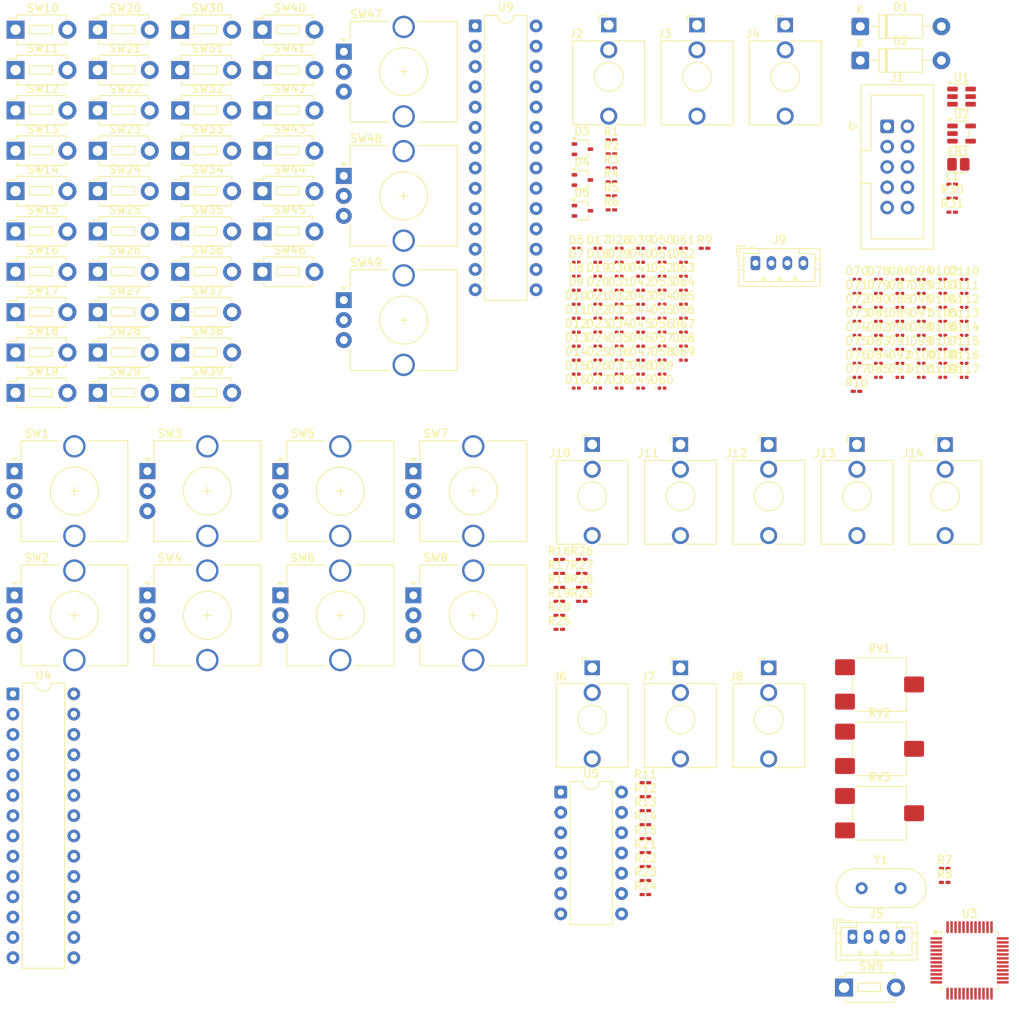
<source format=kicad_pcb>
(kicad_pcb (version 20241229) (generator "pcbnew") (generator_version "9.0")
  (layers (0 "F.Cu" signal) (2 "B.Cu" signal) (13 "F.Paste" user) (15 "B.Paste" user) (5 "F.SilkS" user "F.Silkscreen") (7 "B.SilkS" user "B.Silkscreen") (1 "F.Mask" user) (3 "B.Mask" user) (25 "Edge.Cuts" user))
  (net 0 "")
  (net 1 "+12V")
  (net 2 "Net-(D1-A)")
  (net 3 "+3V3")
  (net 4 "+5V")
  (net 5 "-12V")
  (net 6 "-12V_IN")
  (net 8 "/CV Inputs/CLK_IN")
  (net 9 "/MCU - STM32G431/SWDIO")
  (net 10 "/MCU - STM32G431/SWCLK")
  (net 12 "/CV Inputs/RST_IN")
  (net 13 "GND")
  (net 14 "Net-(U4-GPA0)")
  (net 15 "Net-(U4-GPA1)")
  (net 16 "Net-(U4-GPA2)")
  (net 17 "Net-(U4-GPA3)")
  (net 18 "Net-(U4-GPA5)")
  (net 19 "Net-(U4-GPA4)")
  (net 20 "Net-(U4-GPA6)")
  (net 21 "Net-(U4-GPB1)")
  (net 23 "/CV Inputs/SCENE_CV_IN")
  (net 24 "GND_IN")
  (net 25 "+12V_IN")
  (net 26 "Net-(U1-BOOT)")
  (net 27 "Net-(U1-SW)")
  (net 28 "Net-(U1-FB)")
  (net 30 "Net-(U5A--)")
  (net 31 "Net-(U5B--)")
  (net 32 "Net-(R15-Pad2)")
  (net 33 "/MCU - STM32G431/ADC_BPM")
  (net 34 "Net-(U5C--)")
  (net 35 "Net-(U4-GPB0)")
  (net 36 "Net-(U4-GPB3)")
  (net 37 "Net-(U4-GPB2)")
  (net 38 "Net-(U4-GPB5)")
  (net 39 "Net-(U4-GPB4)")
  (net 40 "Net-(U4-GPB7)")
  (net 41 "Net-(U4-GPB6)")
  (net 42 "/MCU - STM32G431/ADC_SWG")
  (net 43 "/Encoders/MCP_INT")
  (net 45 "/MCU - STM32G431/ADC_PW")
  (net 53 "Net-(R21-Pad2)")
  (net 56 "/DAC & CV Outputs/STM_DAC_CV1")
  (net 57 "/DAC & CV Outputs/STM_DAC_CV3")
  (net 61 "/DAC & CV Outputs/STM_DAC_CV2")
  (net 62 "Net-(U3-PF0)")
  (net 63 "Net-(U3-PF1)")
  (net 64 "Net-(J2-PadT)")
  (net 65 "Net-(J3-PadT)")
  (net 66 "Net-(U4-GPA7)")
  (net 67 "Net-(J4-PadT)")
  (net 69 "Net-(J6-PadS)")
  (net 70 "Net-(R14-Pad2)")
  (net 71 "Net-(J7-PadS)")
  (net 72 "Net-(U3-PB8)")
  (net 73 "Net-(J8-PadS)")
  (net 74 "Net-(J10-PadT)")
  (net 75 "/MCU - STM32G431/NRST")
  (net 76 "Net-(J11-PadT)")
  (net 77 "Net-(J12-PadT)")
  (net 78 "Net-(J13-PadT)")
  (net 79 "Net-(J14-PadT)")
  (net 80 "Net-(U7-ISET)")
  (net 81 "Net-(D14-K)")
  (net 82 "Net-(D10-A)")
  (net 83 "Net-(D15-K)")
  (net 84 "Net-(D16-K)")
  (net 85 "Net-(D17-K)")
  (net 86 "Net-(D10-K)")
  (net 87 "Net-(D11-K)")
  (net 88 "Net-(D12-K)")
  (net 89 "Net-(D13-K)")
  (net 90 "Net-(D14-A)")
  (net 91 "Net-(D22-A)")
  (net 92 "Net-(D30-A)")
  (net 93 "Net-(D38-A)")
  (net 94 "Net-(D46-A)")
  (net 95 "Net-(D54-A)")
  (net 96 "Net-(D62-A)")
  (net 97 "Net-(D70-A)")
  (net 98 "Net-(D100-K)")
  (net 99 "Net-(D101-K)")
  (net 100 "Net-(D102-K)")
  (net 101 "Net-(D103-K)")
  (net 102 "Net-(D104-K)")
  (net 103 "Net-(D105-K)")
  (net 104 "Net-(D76-A)")
  (net 105 "Net-(D82-A)")
  (net 106 "Net-(D88-A)")
  (net 107 "Net-(D94-A)")
  (net 108 "Net-(D100-A)")
  (net 109 "Net-(D106-A)")
  (net 110 "Net-(D112-A)")
  (net 111 "/Encoder LEDs/LED_LATCH")
  (net 112 "/Encoder LEDs/LED_CLK")
  (net 113 "/Gate Outputs/RST_OUT")
  (net 114 "/Gate Outputs/CLK_OUT")
  (net 115 "/Gate Outputs/GATE_T1")
  (net 116 "/Gate Outputs/GATE_T2")
  (net 117 "/Gate Outputs/GATE_T3")
  (net 118 "Net-(U9-GPA0)")
  (net 119 "Net-(U9-GPB0)")
  (net 120 "Net-(U9-GPA1)")
  (net 121 "Net-(U9-GPA2)")
  (net 122 "Net-(U9-GPA3)")
  (net 123 "Net-(U9-GPA4)")
  (net 124 "Net-(U9-GPA5)")
  (net 125 "Net-(U9-GPA6)")
  (net 126 "Net-(U9-GPA7)")
  (net 127 "Net-(U9-GPB1)")
  (net 128 "Net-(U9-GPB2)")
  (net 129 "Net-(U9-GPB3)")
  (net 130 "Net-(U8-ISET)")
  (net 134 "/Buttons/I2C_SCL")
  (net 135 "/Buttons/I2C_SDA")
  (net 136 "/Encoder LEDs/LED_DIN")
  (net 139 "/Buttons/BTN_INT")
  (net 140 "Net-(U9-GPB4)")
  (net 141 "Net-(U9-GPB5)")
  (net 142 "Net-(U9-GPB6)")
  (net 143 "Net-(U9-GPB7)")
  (net 144 "Net-(U6-O1)")
  (net 145 "Net-(U6-O2)")
  (net 146 "Net-(U6-O3)")
  (net 147 "Net-(U6-O4)")
  (net 148 "Net-(U6-O5)")
  (footprint "Rotary_Encoder:RotaryEncoder_Alps_EC12E_Vertical_H20mm_CircularMountingHoles" (layer "F.Cu") (at 93.6225 92.275)
    (property "Reference" "SW1")
    (property "Value" "RotaryEncoder")
  )
  (footprint "Button_Switch_THT:SW_PUSH_1P1T_6x3.5mm_H5.0_APEM_MJTP1250" (layer "F.Cu") (at 114.3725 42.075)
    (property "Reference" "SW31")
    (property "Value" "SW_Push")
  )
  (footprint "LED_SMD:LED_0201_0603Metric" (layer "F.Cu") (at 199.1275 80.535)
    (property "Reference" "D77")
    (property "Value" "LED")
  )
  (footprint "Resistor_SMD:R_0201_0603Metric_Pad0.64x0.40mm_HandSolder" (layer "F.Cu") (at 164.6625 105.075)
    (property "Reference" "R27")
    (property "Value" "4.7k")
  )
  (footprint "LED_SMD:LED_0201_0603Metric" (layer "F.Cu") (at 174.7175 78.385)
    (property "Reference" "D58")
    (property "Value" "LED")
  )
  (footprint "LED_SMD:LED_0201_0603Metric" (layer "F.Cu") (at 201.8125 73.535)
    (property "Reference" "D81")
    (property "Value" "LED")
  )
  (footprint "LED_SMD:LED_0201_0603Metric" (layer "F.Cu") (at 166.6625 81.885)
    (property "Reference" "D27")
    (property "Value" "LED")
  )
  (footprint "Button_Switch_THT:SW_PUSH_1P1T_6x3.5mm_H5.0_APEM_MJTP1250" (layer "F.Cu") (at 93.7525 47.125)
    (property "Reference" "SW12")
    (property "Value" "SW_Push")
  )
  (footprint "LED_SMD:LED_0201_0603Metric" (layer "F.Cu") (at 209.8675 73.535)
    (property "Reference" "D105")
    (property "Value" "LED")
  )
  (footprint "Package_TO_SOT_SMD:SOT-323_SC-70" (layer "F.Cu") (at 164.7425 51.98)
    (property "Reference" "D3")
    (property "Value" "BAT54W")
  )
  (footprint "Connector_Audio:Jack_3.5mm_QingPu_WQP-PJ398SM_Vertical_CircularHoles" (layer "F.Cu") (at 188.0725 116.895)
    (property "Reference" "J8")
    (property "Value" "CV_OUT_T2")
  )
  (footprint "LED_SMD:LED_0201_0603Metric" (layer "F.Cu") (at 172.0325 66.135)
    (property "Reference" "D40")
    (property "Value" "LED")
  )
  (footprint "LED_SMD:LED_0201_0603Metric" (layer "F.Cu") (at 169.3475 74.885)
    (property "Reference" "D34")
    (property "Value" "LED")
  )
  (footprint "Inductor_SMD:L_Eaton_MCL2012V1" (layer "F.Cu") (at 211.8225 53.87)
    (property "Reference" "FB1")
    (property "Value" "FerriteBead")
  )
  (footprint "LED_SMD:LED_0201_0603Metric" (layer "F.Cu") (at 201.8125 77.035)
    (property "Reference" "D83")
    (property "Value" "LED")
  )
  (footprint "Connector_Audio:Jack_3.5mm_QingPu_WQP-PJ398SM_Vertical_CircularHoles" (layer "F.Cu") (at 177.0225 116.895)
    (property "Reference" "J7")
    (property "Value" "CV_OUT_T3")
  )
  (footprint "Button_Switch_THT:SW_PUSH_1P1T_6x3.5mm_H5.0_APEM_MJTP1250" (layer "F.Cu") (at 114.3725 47.125)
    (property "Reference" "SW32")
    (property "Value" "SW_Push")
  )
  (footprint "LED_SMD:LED_0201_0603Metric" (layer "F.Cu") (at 177.4025 64.385)
    (property "Reference" "D61")
    (property "Value" "LED")
  )
  (footprint "Package_DIP:DIP-28_W7.62mm" (layer "F.Cu") (at 93.4325 120.155)
    (property "Reference" "U4")
    (property "Value" "MCP23017_SP")
  )
  (footprint "Connector_Audio:Jack_3.5mm_QingPu_WQP-PJ398SM_Vertical_CircularHoles" (layer "F.Cu") (at 165.9725 88.945)
    (property "Reference" "J10")
    (property "Value" "GATE_T1")
  )
  (footprint "Resistor_SMD:R_0201_0603Metric_Pad0.64x0.40mm_HandSolder" (layer "F.Cu") (at 210.1125 143.755)
    (property "Reference" "R8")
    (property "Value" "10k")
  )
  (footprint "Connector_Audio:Jack_3.5mm_QingPu_WQP-PJ398SM_Vertical_CircularHoles" (layer "F.Cu") (at 190.1425 36.445)
    (property "Reference" "J4")
    (property "Value" "SCENE_CV")
  )
  (footprint "Button_Switch_THT:SW_PUSH_1P1T_6x3.5mm_H5.0_APEM_MJTP1250" (layer "F.Cu") (at 124.6825 42.075)
    (property "Reference" "SW41")
    (property "Value" "SW_Push")
  )
  (footprint "Package_DIP:DIP-28_W7.62mm" (layer "F.Cu") (at 151.3225 36.555)
    (property "Reference" "U9")
    (property "Value" "MCP23017_SP")
  )
  (footprint "LED_SMD:LED_0201_0603Metric" (layer "F.Cu") (at 163.9775 69.635)
    (property "Reference" "D9")
    (property "Value" "LED")
  )
  (footprint "Button_Switch_THT:SW_PUSH_1P1T_6x3.5mm_H5.0_APEM_MJTP1250" (layer "F.Cu") (at 93.7525 42.075)
    (property "Reference" "SW11")
    (property "Value" "SW_Push")
  )
  (footprint "Connector_Audio:Jack_3.5mm_QingPu_WQP-PJ398SM_Vertical_CircularHoles" (layer "F.Cu") (at 210.1725 88.945)
    (property "Reference" "J14")
    (property "Value" "RST_OUT")
  )
  (footprint "LED_SMD:LED_0201_0603Metric" (layer "F.Cu") (at 172.0325 69.635)
    (property "Reference" "D42")
    (property "Value" "LED")
  )
  (footprint "LED_SMD:LED_0201_0603Metric" (layer "F.Cu") (at 199.1275 70.035)
    (property "Reference" "D71")
    (property "Value" "LED")
  )
  (footprint "LED_SMD:LED_0201_0603Metric" (layer "F.Cu") (at 207.1825 78.785)
    (property "Reference" "D100")
    (property "Value" "LED")
  )
  (footprint "Resistor_SMD:R_0201_0603Metric_Pad0.64x0.40mm_HandSolder" (layer "F.Cu") (at 161.8525 108.575)
    (property "Reference" "R19")
    (property "Value" "100R")
  )
  (footprint "Button_Switch_THT:SW_PUSH_1P1T_6x3.5mm_H5.0_APEM_MJTP1250" (layer "F.Cu") (at 104.0625 37.025)
    (property "Reference" "SW20")
    (property "Value" "SW_Push")
  )
  (footprint "Button_Switch_THT:SW_PUSH_1P1T_6x3.5mm_H5.0_APEM_MJTP1250" (layer "F.Cu") (at 93.7525 52.175)
    (property "Reference" "SW13")
    (property "Value" "SW_Push")
  )
  (footprint "LED_SMD:LED_0201_0603Metric" (layer "F.Cu") (at 209.8675 71.785)
    (property "Reference" "D104")
    (property "Value" "LED")
  )
  (footprint "LED_SMD:LED_0201_0603Metric" (layer "F.Cu") (at 212.5525 78.785)
    (property "Reference" "D116")
    (property "Value" "LED")
  )
  (footprint "Button_Switch_THT:SW_PUSH_1P1T_6x3.5mm_H5.0_APEM_MJTP1250" (layer "F.Cu") (at 104.0625 77.425)
    (property "Reference" "SW28")
    (property "Value" "SW_Push")
  )
  (footprint "Potentiometer_SMD:Potentiometer_ACP_CA6-VSMD_Vertical" (layer "F.Cu") (at 201.9525 135.095)
    (property "Reference" "RV3")
    (property "Value" "10k")
  )
  (footprint "Connector_Audio:Jack_3.5mm_QingPu_WQP-PJ398SM_Vertical_CircularHoles" (layer "F.Cu") (at 165.9725 116.895)
    (property "Reference" "J6")
    (property "Value" "CV_OUT_T1")
  )
  (footprint "LED_SMD:LED_0201_0603Metric" (layer "F.Cu") (at 169.3475 78.385)
    (property "Reference" "D36")
    (property "Value" "LED")
  )
  (footprint "LED_SMD:LED_0201_0603Metric" (layer "F.Cu") (at 169.3475 81.885)
    (property "Reference" "D38")
    (property "Value" "LED")
  )
  (footprint "LED_SMD:LED_0201_0603Metric" (layer "F.Cu") (at 201.8125 68.285)
    (property "Reference" "D78")
    (property "Value" "LED")
  )
  (footprint "LED_SMD:LED_0201_0603Metric" (layer "F.Cu") (at 204.4975 70.035)
    (property "Reference" "D87")
    (property "Value" "LED")
  )
  (footprint "Resistor_SMD:R_0201_0603Metric_Pad0.64x0.40mm_HandSolder" (layer "F.Cu") (at 199.0725 82.285)
    (property "Reference" "R10")
    (property "Value" "27k")
  )
  (footprint "LED_SMD:LED_0201_0603Metric" (layer "F.Cu") (at 177.4025 71.385)
    (property "Reference" "D65")
    (property "Value" "LED")
  )
  (footprint "Resistor_SMD:R_0201_0603Metric_Pad0.64x0.40mm_HandSolder" (layer "F.Cu") (at 168.3725 57.825)
    (property "Reference" "R5")
    (property "Value" "47k")
  )
  (footprint "Rotary_Encoder:RotaryEncoder_Alps_EC12E_Vertical_H20mm_CircularMountingHoles" (layer "F.Cu") (at 126.9225 92.275)
    (property "Reference" "SW5")
    (property "Value" "RotaryEncoder")
  )
  (footprint "LED_SMD:LED_0201_0603Metric" (layer "F.Cu") (at 172.0325 74.885)
    (property "Reference" "D45")
    (property "Value" "LED")
  )
  (footprint "Button_Switch_THT:SW_PUSH_1P1T_6x3.5mm_H5.0_APEM_MJTP1250" (layer "F.Cu") (at 114.3725 72.375)
    (property "Reference" "SW37")
    (property "Value" "SW_Push")
  )
  (footprint "Connector_JST:JST_PH_B4B-PH-K_1x04_P2.00mm_Vertical" (layer "F.Cu") (at 198.5725 150.565)
    (property "Reference" "J5")
    (property "Value" "Conn_01x04")
  )
  (footprint "Resistor_SMD:R_0201_0603Metric_Pad0.64x0.40mm_HandSolder" (layer "F.Cu") (at 161.8525 110.325)
    (property "Reference" "R20")
    (property "Value" "4.7k")
  )
  (footprint "LED_SMD:LED_0201_0603Metric" (layer "F.Cu") (at 174.7175 64.385)
    (property "Reference" "D50")
    (property "Value" "LED")
  )
  (footprint "Button_Switch_THT:SW_PUSH_1P1T_6x3.5mm_H5.0_APEM_MJTP1250" (layer "F.Cu") (at 93.7525 72.375)
    (property "Reference" "SW17")
    (property "Value" "SW_Push")
  )
  (footprint "Button_Switch_THT:SW_PUSH_1P1T_6x3.5mm_H5.0_APEM_MJTP1250" (layer "F.Cu") (at 104.0625 67.325)
    (property "Reference" "SW26")
    (property "Value" "SW_Push")
  )
  (footprint "LED_SMD:LED_0201_0603Metric" (layer "F.Cu") (at 212.5525 80.535)
    (property "Reference" "D117")
    (property "Value" "LED")
  )
  (footprint "LED_SMD:LED_0201_0603Metric" (layer "F.Cu") (at 209.8675 78.785)
    (property "Reference" "D108")
    (property "Value" "LED")
  )
  (footprint "LED_SMD:LED_0201_0603Metric" (layer "F.Cu") (at 177.4025 67.885)
    (property "Reference" "D63")
    (property "Value" "LED")
  )
  (footprint "LED_SMD:LED_0201_0603Metric" (layer "F.Cu") (at 201.8125 70.035)
    (property "Reference" "D79")
    (property "Value" "LED")
  )
  (footprint "Resistor_SMD:R_0201_0603Metric_Pad0.64x0.40mm_HandSolder" (layer "F.Cu") (at 161.8525 106.825)
    (property "Reference" "R18")
    (property "Value" "4.7k")
  )
  (footprint "LED_SMD:LED_0201_0603Metric" (layer "F.Cu") (at 177.4025 69.635)
    (property "Reference" "D64")
    (property "Value" "LED")
  )
  (footprint "LED_SMD:LED_0201_0603Metric" (layer "F.Cu") (at 207.1825 71.785)
    (property "Reference" "D96")
    (property "Value" "LED")
  )
  (footprint "LED_SMD:LED_0201_0603Metric" (layer "F.Cu") (at 172.0325 67.885)
    (property "Reference" "D41")
    (property "Value" "LED")
  )
  (footprint "Rotary_Encoder:RotaryEncoder_Alps_EC12E_Vertical_H20mm_CircularMountingHoles" (layer "F.Cu") (at 110.2725 107.825)
    (property "Reference" "SW4")
    (property "Value" "RotaryEncoder")
  )
  (footprint "Button_Switch_THT:SW_PUSH_1P1T_6x3.5mm_H5.0_APEM_MJTP1250" (layer "F.Cu") (at 93.7525 37.025)
    (property "Reference" "SW10")
    (property "Value" "SW_Push")
  )
  (footprint "Resistor_SMD:R_0201_0603Metric_Pad0.64x0.40mm_HandSolder" (layer "F.Cu") (at 168.3725 52.575)
    (property "Reference" "R2")
    (property "Value" "100k")
  )
  (footprint "LED_SMD:LED_0201_0603Metric" (layer "F.Cu") (at 172.0325 73.135)
    (property "Reference" "D44")
    (property "Value" "LED")
  )
  (footprint "LED_SMD:LED_0201_0603Metric" (layer "F.Cu") (at 166.6625 76.635)
    (property "Reference" "D24")
    (property "Value" "LED")
  )
  (footprint "Resistor_SMD:R_0201_0603Metric_Pad0.64x0.40mm_HandSolder" (layer "F.Cu") (at 164.6625 106.825)
    (property "Reference" "R28")
    (property "Value" "4.7k")
  )
  (footprint "LED_SMD:LED_0201_0603Metric" (layer "F.Cu") (at 174.7175 76.635)
    (property "Reference" "D57")
    (property "Value" "LED")
  )
  (footprint "Resistor_SMD:R_0201_0603Metric_Pad0.64x0.40mm_HandSolder" (layer "F.Cu") (at 172.6325 131.275)
    (property "Reference" "R11")
    (property "Value" "10k")
  )
  (footprint "LED_SMD:LED_0201_0603Metric" (layer "F.Cu") (at 201.8125 71.785)
    (property "Reference" "D80")
    (property "Value" "LED")
  )
  (footprint "Diode_THT:D_DO-41_SOD81_P10.16mm_Horizontal" (layer "F.Cu") (at 199.5425 36.625)
    (property "Reference" "D1")
    (property "Value" "1N4001")
  )
  (footprint "Potentiometer_SMD:Potentiometer_ACP_CA6-VSMD_Vertical" (layer "F.Cu") (at 201.9525 118.975)
    (property "Reference" "RV1")
    (property "Value" "10k")
  )
  (footprint "LED_SMD:LED_0201_0603Metric" (layer "F.Cu") (at 172.0325 81.885)
    (property "Reference" "D49")
    (property "Value" "LED")
  )
  (footprint "LED_SMD:LED_0201_0603Metric" (layer "F.Cu") (at 163.9775 78.385)
    (property "Reference" "D14")
    (property "Value" "LED")
  )
  (footprint "Resistor_SMD:R_0201_0603Metric_Pad0.64x0.40mm_HandSolder" (layer "F.Cu") (at 210.1125 142.005)
    (property "Reference" "R7")
    (property "Value" "10k")
  )
  (footprint "LED_SMD:LED_0201_0603Metric" (layer "F.Cu") (at 169.3475 66.135)
    (property "Reference" "D29")
    (property "Value" "LED")
  )
  (footprint "LED_SMD:LED_0201_0603Metric" (layer "F.Cu") (at 169.3475 71.385)
    (property "Reference" "D32")
    (property "Value" "LED")
  )
  (footprint "Button_Switch_THT:SW_PUSH_1P1T_6x3.5mm_H5.0_APEM_MJTP1250" (layer "F.Cu") (at 197.5025 156.915)
    (property "Reference" "SW9")
    (property "Value" "SW_Push")
  )
  (footprint "LED_SMD:LED_0201_0603Metric" (layer "F.Cu") (at 166.6625 73.135)
    (property "Reference" "D22")
    (property "Value" "LED")
  )
  (footprint "LED_SMD:LED_0201_0603Metric" (layer "F.Cu") (at 204.4975 68.285)
    (property "Reference" "D86")
    (property "Value" "LED")
  )
  (footprint "Resistor_SMD:R_0201_0603Metric_Pad0.64x0.40mm_HandSolder" (layer "F.Cu") (at 172.6325 133.025)
    (property "Reference" "R12")
    (property "Value" "10k")
  )
  (footprint "Connector_Audio:Jack_3.5mm_QingPu_WQP-PJ398SM_Vertical_CircularHoles" (layer "F.Cu") (at 168.0425 36.445)
    (property "Reference" "J2")
    (property "Value" "CLK_IN")
  )
  (footprint "LED_SMD:LED_0201_0603Metric" (layer "F.Cu") (at 166.6625 74.885)
    (property "Reference" "D23")
    (property "Value" "LED")
  )
  (footprint "Resistor_SMD:R_0201_0603Metric_Pad0.64x0.40mm_HandSolder" (layer "F.Cu") (at 172.6325 141.775)
    (property "Reference" "R22")
    (property "Value" "100R")
  )
  (footprint "Rotary_Encoder:RotaryEncoder_Alps_EC12E_Vertical_H20mm_CircularMountingHoles" (layer "F.Cu") (at 134.8625 39.775)
    (property "Reference" "SW47")
    (property "Value" "RotaryEncoder")
  )
  (footprint "LED_SMD:LED_0201_0603Metric" (layer "F.Cu") (at 169.3475 80.135)
    (property "Reference" "D37")
    (property "Value" "LED")
  )
  (footprint "LED_SMD:LED_0201_0603Metric" (layer "F.Cu") (at 163.9775 76.635)
    (property "Reference" "D13")
    (property "Value" "LED")
  )
  (footprint "LED_SMD:LED_0201_0603Metric" (layer "F.Cu") (at 199.1275 73.535)
    (property "Reference" "D73")
    (property "Value" "LED")
  )
  (footprint "LED_SMD:LED_0201_0603Metric" (layer "F.Cu") (at 209.8675 80.535)
    (property "Reference" "D109")
    (property "Value" "LED")
  )
  (footprint "LED_SMD:LED_0201_0603Metric" (layer "F.Cu") (at 163.9775 81.885)
    (property "Reference" "D16")
    (property "Value" "LED")
  )
  (footprint "LED_SMD:LED_0201_0603Metric" (layer "F.Cu") (at 169.3475 67.885)
    (property "Reference" "D30")
    (property "Value" "LED")
  )
  (footprint "LED_SMD:LED_0201_0603Metric" (layer "F.Cu") (at 174.7175 80.135)
    (property "Reference" "D59")
    (property "Value" "LED")
  )
  (footprint "Resistor_SMD:R_0201_0603Metric_Pad0.64x0.40mm_HandSolder" (layer "F.Cu") (at 168.3725 54.325)
    (property "Reference" "R3")
    (property "Value" "100k")
  )
  (footprint "LED_SMD:LED_0201_0603Metric" (layer "F.Cu") (at 172.0325 80.135)
    (property "Reference" "D48")
    (property "Value" "LED")
  )
  (footprint "LED_SMD:LED_0201_0603Metric" (layer "F.Cu") (at 199.1275 78.785)
    (property "Reference" "D76")
    (property "Value" "LED")
  )
  (footprint "LED_SMD:LED_0201_0603Metric" (layer "F.Cu") (at 209.8675 70.035)
    (property "Reference" "D103")
    (property "Value" "LED")
  )
  (footprint "Resistor_SMD:R_0201_0603Metric_Pad0.64x0.40mm_HandSolder" (layer "F.Cu") (at 168.3725 59.575)
    (property "Reference" "R6")
    (property "Value" "47k")
  )
  (footprint "Resistor_SMD:R_0201_0603Metric_Pad0.64x0.40mm_HandSolder" (layer "F.Cu") (at 161.8525 103.325)
    (property "Reference" "R16")
    (property "Value" "100R")
  )
  (footprint "Connector_IDC:IDC-Header_2x05_P2.54mm_Vertical" (layer "F.Cu") (at 202.9075 49.125)
    (property "Reference" "J1")
    (property "Value" "Conn_02x05_Odd_Even")
  )
  (footprint "Button_Switch_THT:SW_PUSH_1P1T_6x3.5mm_H5.0_APEM_MJTP1250" (layer "F.Cu") (at 93.7525 67.325)
    (property "Reference" "SW16")
    (property "Value" "SW_Push")
  )
  (footprint "LED_SMD:LED_0201_0603Metric" (layer "F.Cu") (at 174.7175 71.385)
    (property "Reference" "D54")
    (property "Value" "LED")
  )
  (footprint "LED_SMD:LED_0201_0603Metric" (layer "F.Cu") (at 177.4025 76.635)
    (property "Reference" "D68")
    (property "Value" "LED")
  )
  (footprint "LED_SMD:LED_0201_0603Metric" (layer "F.Cu") (at 204.4975 73.535)
    (property "Reference" "D89")
    (property "Value" "LED")
  )
  (footprint "LED_SMD:LED_0201_0603Metric" (layer "F.Cu") (at 163.9775 64.385)
    (property "Reference" "D6")
    (property "Value" "LED")
  )
  (footprint "Resistor_SMD:R_0201_0603Metric_Pad0.64x0.40mm_HandSolder" (layer "F.Cu") (at 180.0325 64.385)
    (property "Reference" "R9")
    (property "Value" "27k")
  )
  (footprint "Inductor_SMD:L_0201_0603Metric_Pad0.64x0.40mm_HandSolder" (layer "F.Cu") (at 211.0525 56.365)
    (property "Reference" "L1")
    (property "Value" "10uH")
  )
  (footprint "Button_Switch_THT:SW_PUSH_1P1T_6x3.5mm_H5.0_APEM_MJTP1250" (layer "F.Cu") (at 104.0625 47.125)
    (property "Reference" "SW22")
    (property "Value" "SW_Push")
  )
  (footprint "Resistor_SMD:R_0201_0603Metric_Pad0.64x0.40mm_HandSolder" (layer "F.Cu") (at 172.6325 145.275)
    (property "Reference" "R24")
    (property "Value" "100R")
  )
  (footprint "Resistor_SMD:R_0201_0603Metric_Pad0.64x0.40mm_HandSolder" (layer "F.Cu") (at 164.6625 103.325)
    (property "Reference" "R26")
    (property "Value" "100R")
  )
  (footprint "Connector_Audio:Jack_3.5mm_QingPu_WQP-PJ398SM_Vertical_CircularHoles" (layer "F.Cu") (at 179.0925 36.445)
    (property "Reference" "J3")
    (property "Value" "RST_IN")
  )
  (footprint "LED_SMD:LED_0201_0603Metric" (layer "F.Cu") (at 212.5525 70.035)
    (property "Reference" "D111")
    (property "Value" "LED")
  )
  (footprint "LED_SMD:LED_0201_0603Metric" (layer "F.Cu") (at 166.6625 67.885)
    (property "Reference" "D19")
    (property "Value" "LED")
  )
  (footprint "Rotary_Encoder:RotaryEncoder_Alps_EC12E_Vertical_H20mm_CircularMountingHoles" (layer "F.Cu") (at 134.8625 55.325)
    (property "Reference" "SW48")
    (property "Value" "RotaryEncoder")
  )
  (footprint "Connector_Audio:Jack_3.5mm_QingPu_WQP-PJ398SM_Vertical_CircularHoles" (layer "F.Cu") (at 188.0725 88.945)
    (property "Reference" "J12")
    (property "Value" "GATE_T3")
  )
  (footprint "LED_SMD:LED_0201_0603Metric" (layer "F.Cu") (at 207.1825 70.035)
    (property "Reference" "D95")
    (property "Value" "LED")
  )
  (footprint "Button_Switch_THT:SW_PUSH_1P1T_6x3.5mm_H5.0_APEM_MJTP1250" (layer "F.Cu") (at 114.3725 77.425)
    (property "Reference" "SW38")
    (property "Value" "SW_Push")
  )
  (footprint "Package_TO_SOT_SMD:SOT-23-6" (layer "F.Cu") (at 212.2225 45.4)
    (property "Reference" "U1")
    (property "Value" "TPS54202DDC")
  )
  (footprint "LED_SMD:LED_0201_0603Metric" (layer "F.Cu") (at 172.0325 71.385)
    (property "Reference" "D43")
    (property "Value" "LED")
  )
  (footprint "LED_SMD:LED_0201_0603Metric" (layer "F.Cu") (at 209.8675 75.285)
    (property "Reference" "D106")
    (property "Value" "LED")
  )
  (footprint "LED_SMD:LED_0201_0603Metric" (layer "F.Cu") (at 172.0325 64.385)
    (property "Reference" "D39")
    (property "Value" "LED")
  )
  (footprint "LED_SMD:LED_0201_0603Metric" (layer "F.Cu") (at 174.7175 73.135)
    (property "Reference" "D55")
    (property "Value" "LED")
  )
  (footprint "LED_SMD:LED_0201_0603Metric" (layer "F.Cu") (at 174.7175 67.885)
    (property "Reference" "D52")
    (property "Value" "LED")
  )
  (footprint "LED_SMD:LED_0201_0603Metric" (layer "F.Cu") (at 166.6625 66.135)
    (property "Reference" "D18")
    (property "Value" "LED")
  )
  (footprint "Rotary_Encoder:RotaryEncoder_Alps_EC12E_Vertical_H20mm_CircularMountingHoles" (layer "F.Cu") (at 134.8625 70.875)
    (property "Reference" "SW49")
    (property "Value" "RotaryEncoder")
  )
  (footprint "Package_DIP:DIP-14_W7.62mm" (layer "F.Cu") (at 162.0325 132.455)
    (property "Reference" "U5")
    (property "Value" "Opamp_Quad")
  )
  (footprint "Button_Switch_THT:SW_PUSH_1P1T_6x3.5mm_H5.0_APEM_MJTP1250" (layer "F.Cu") (at 124.6825 52.175)
    (property "Reference" "SW43")
    (property "Value" "SW_Push")
  )
  (footprint "LED_SMD:LED_0201_0603Metric" (layer "F.Cu") (at 212.5525 71.785)
    (property "Reference" "D112")
    (property "Value" "LED")
  )
  (footprint "LED_SMD:LED_0201_0603Metric" (layer "F.Cu") (at 201.8125 78.785)
    (property "Reference" "D84")
    (property "Value" "LED")
  )
  (footprint "Button_Switch_THT:SW_PUSH_1P1T_6x3.5mm_H5.0_APEM_MJTP1250" (layer "F.Cu") (at 114.3725 37.025)
    (property "Reference" "SW30")
    (property "Value" "SW_Push")
  )
  (footprint "Button_Switch_THT:SW_PUSH_1P1T_6x3.5mm_H5.0_APEM_MJTP1250" (layer "F.Cu") (at 114.3725 82.475)
    (property "Reference" "SW39")
    (property "Value" "SW_Push")
  )
  (footprint "Connector_JST:JST_PH_B4B-PH-K_1x04_P2.00mm_Vertical" (layer "F.Cu") (at 186.4125 66.235)
    (property "Reference" "J9")
    (property "Value" "OLED")
  )
  (footprint "Resistor_SMD:R_0201_0603Metric_Pad0.64x0.40mm_HandSolder" (layer "F.Cu") (at 172.6325 143.525)
    (property "Reference" "R23")
    (property "Value" "100R")
  )
  (footprint "LED_SMD:LED_0201_0603Metric" (layer "F.Cu") (at 207.1825 73.535)
    (property "Reference" "D97")
    (property "Value" "LED")
  )
  (footprint "LED_SMD:LED_0201_0603Metric" (layer "F.Cu") (at 212.5525 75.285)
    (property "Reference" "D114")
    (property "Value" "LED")
  )
  (footprint "LED_SMD:LED_0201_0603Metric" (layer "F.Cu") (at 201.8125 80.535)
    (property "Reference" "D85")
    (property "Value" "LED")
  )
  (footprint "Button_Switch_THT:SW_PUSH_1P1T_6x3.5mm_H5.0_APEM_MJTP1250" (layer "F.Cu") (at 93.7525 62.275)
    (property "Reference" "SW15")
    (property "Value" "SW_Push")
  )
  (footprint "Button_Switch_THT:SW_PUSH_1P1T_6x3.5mm_H5.0_APEM_MJTP1250" (layer "F.Cu") (at 114.3725 62.275)
    (property "Reference" "SW35")
    (property "Value" "SW_Push")
  )
  (footprint "Resistor_SMD:R_0201_0603Metric_Pad0.64x0.40mm_HandSolder" (layer "F.Cu") (at 172.6325 136.525)
    (property "Reference" "R14")
    (property "Value" "20k")
  )
  (footprint "Button_Switch_THT:SW_PUSH_1P1T_6x3.5mm_H5.0_APEM_MJTP1250" (layer "F.Cu") (at 104.0625 52.175)
    (property "Reference" "SW23")
    (property "Value" "SW_Push")
  )
  (footprint "LED_SMD:LED_0201_0603Metric" (layer "F.Cu") (at 166.6625 71.385)
    (property "Reference" "D21")
    (property "Value" "LED")
  )
  (footprint "LED_SMD:LED_0201_0603Metric" (layer "F.Cu") (at 177.4025 66.135)
    (property "Reference" "D62")
    (property "Value" "LED")
  )
  (footprint "LED_SMD:LED_0201_0603Metric" (layer "F.Cu") (at 177.4025 78.385)
    (property "Reference" "D69")
    (property "Value" "LED")
  )
  (footprint "LED_SMD:LED_0201_0603Metric" (layer "F.Cu") (at 199.1275 68.285)
    (property "Reference" "D70")
    (property "Value" "LED")
  )
  (footprint "LED_SMD:LED_0201_0603Metric" (layer "F.Cu") (at 166.6625 69.635)
    (property "Reference" "D20")
    (property "Value" "LED")
  )
  (footprint "LED_SMD:LED_0201_0603Metric" (layer "F.Cu") (at 207.1825 80.535)
    (property "Reference" "D101")
    (property "Value" "LED")
  )
  (footprint "Package_TO_SOT_SMD:SOT-323_SC-70" (layer "F.Cu") (at 164.7425 55.835)
    (property "Reference" "D4")
    (property "Value" "BAT54W")
  )
  (footprint "Rotary_Encoder:RotaryEncoder_Alps_EC12E_Vertical_H20mm_CircularMountingHoles" (layer "F.Cu") (at 93.6225 107.825)
    (property "Reference" "SW2")
    (property "Value" "RotaryEncoder")
  )
  (footprint "LED_SMD:LED_0201_0603Metric" (layer "F.Cu") (at 204.4975 77.035)
    (property "Reference" "D91")
    (property "Value" "LED")
  )
  (footprint "LED_SMD:LED_0201_0603Metric" (layer "F.Cu") (at 207.1825 75.285)
    (property "Reference" "D98")
    (property "Value" "LED")
  )
  (footprint "LED_SMD:LED_0201_0603Metric" (layer "F.Cu") (at 207.1825 68.285)
    (property "Reference" "D94")
    (property "Value" "LED")
  )
  (footprint "Package_TO_SOT_SMD:SOT-323_SC-70" (layer "F.Cu") (at 164.7425 59.69)
    (property "Reference" "D5")
    (property "Value" "BAT54W")
  )
  (footprint "Rotary_Encoder:RotaryEncoder_Alps_EC12E_Vertical_H20mm_CircularMountingHoles" (layer "F.Cu") (at 143.5725 92.275)
    (property "Reference" "SW7")
    (property "Value" "RotaryEncoder")
  )
  (footprint "Button_Switch_THT:SW_PUSH_1P1T_6x3.5mm_H5.0_APEM_MJTP1250" (layer "F.Cu") (at 104.0625 82.475)
    (property "Reference" "SW29")
    (property "Value" "SW_Push")
  )
  (footprint "Diode_THT:D_DO-41_SOD81_P10.16mm_Horizontal" (layer "F.Cu") (at 199.5425 40.875)
    (property "Reference" "D2")
    (property "Value" "1N4001")
  )
  (footprint "Resistor_SMD:R_0201_0603Metric_Pad0.64x0.40mm_HandSolder" (layer "F.Cu") (at 168.3725 56.075)
    (property "Reference" "R4")
    (property "Value" "47k")
  )
  (footprint "LED_SMD:LED_0201_0603Metric" (layer "F.Cu") (at 169.3475 69.635)
    (property "Reference" "D31")
    (property "Value" "LED")
  )
  (footprint "LED_SMD:LED_0201_0603Metric" (layer "F.Cu") (at 163.9775 74.885)
    (property "Reference" "D12")
    (property "Value" "LED")
  )
  (footprint "LED_SMD:LED_0201_0603Metric" (layer "F.Cu") (at 207.1825 77.035)
    (property "Reference" "D99")
    (property "Value" "LED")
  )
  (footprint "LED_SMD:LED_0201_0603Metric" (layer "F.Cu") (at 204.4975 80.535)
    (property "Reference" "D93")
    (property "Value" "LED")
  )
  (footprint "LED_SMD:LED_0201_0603Metric" (layer "F.Cu") (at 199.1275 71.785)
    (property "Reference" "D72")
    (property "Value" "LED")
  )
  (footprint "LED_SMD:LED_0201_0603Metric" (layer "F.Cu") (at 209.8675 68.285)
    (property "Reference" "D102")
    (property "Value" "LED")
  )
  (footprint "Resistor_SMD:R_0201_0603Metric_Pad0.64x0.40mm_HandSolder" (layer "F.Cu") (at 211.0525 58.115)
    (property "Reference" "R30")
    (property "Value" "24.9k")
  )
  (footprint "LED_SMD:LED_0201_0603Metric" (layer "F.Cu") (at 199.1275 77.035)
    (property "Reference" "D75")
    (property "Value" "LED")
  )
  (footprint "LED_SMD:LED_0201_0603Metric" (layer "F.Cu") (at 174.7175 74.885)
    (property "Reference" "D56")
    (property "Value" "LED")
  )
  (footprint "Potentiometer_SMD:Potentiometer_ACP_CA6-VSMD_Vertical" (layer "F.Cu") (at 201.9525 127.035)
    (property "Reference" "RV2")
    (property "Value" "10k")
  )
  (footprint "Button_Switch_THT:SW_PUSH_1P1T_6x3.5mm_H5.0_APEM_MJTP1250" (layer "F.Cu") (at 104.0625 62.275)
    (property "Reference" "SW25")
    (property "Value" "SW_Push")
  )
  (footprint "Rotary_Encoder:RotaryEncoder_Alps_EC12E_Vertical_H20mm_CircularMountingHoles" (layer "F.Cu") (at 126.9225 107.825)
    (property "Reference" "SW6")
    (property "Value" "RotaryEncoder")
  )
  (footprint "Button_Switch_THT:SW_PUSH_1P1T_6x3.5mm_H5.0_APEM_MJTP1250" (layer "F.Cu") (at 104.0625 42.075)
    (property "Reference" "SW21")
    (property "Value" "SW_Push")
  )
  (footprint "LED_SMD:LED_0201_0603Metric" (layer "F.Cu") (at 163.9775 73.135)
    (property "Reference" "D11")
    (property "Value" "LED")
  )
  (footprint "Package_TO_SOT_SMD:SOT-23-5" (layer "F.Cu") (at 212.2225 50.025)
    (property "Reference" "U2")
    (property "Value" "AP2112K-3.3")
  )
  (footprint "LED_SMD:LED_0201_0603Metric" (layer "F.Cu") (at 174.7175 69.635)
    (property "Reference" "D53")
    (property "Value" "LED")
  )
  (footprint "LED_SMD:LED_0201_0603Metric" (layer "F.Cu") (at 163.9775 66.135)
    (property "Reference" "D7")
    (property "Value" "LED")
  )
  (footprint "Button_Switch_THT:SW_PUSH_1P1T_6x3.5mm_H5.0_APEM_MJTP1250" (layer "F.Cu") (at 114.3725 67.325)
    (property "Reference" "SW36")
    (property "Value" "SW_Push")
  )
  (footprint "LED_SMD:LED_0201_0603Metric" (layer "F.Cu") (at 169.3475 73.135)
    (property "Reference" "D33")
    (property "Value" "LED")
  )
  (footprint "LED_SMD:LED_0201_0603Metric" (layer "F.Cu") (at 172.0325 78.385)
    (property "Reference" "D47")
    (property "Value" "LED")
  )
  (footprint "Button_Switch_THT:SW_PUSH_1P1T_6x3.5mm_H5.0_APEM_MJTP1250" (layer "F.Cu") (at 114.3725 52.175)
    (property "Reference" "SW33")
    (property "Value" "SW_Push")
  )
  (footprint "LED_SMD:LED_0201_0603Metric" (layer "F.Cu") (at 169.3475 76.635)
    (property "Reference" "D35")
    (property "Value" "LED")
  )
  (footprint "Button_Switch_THT:SW_PUSH_1P1T_6x3.5mm_H5.0_APEM_MJTP1250" (layer "F.Cu") (at 124.6825 37.025)
    (property "Reference" "SW40")
    (property "Value" "SW_Push")
  )
  (footprint "Connector_Audio:Jack_3.5mm_QingPu_WQP-PJ398SM_Vertical_CircularHoles" (layer "F.Cu") (at 199.1225 88.945)
    (property "Reference" "J13")
    (property "Value" "CLK_OUT")
  )
  (footprint "LED_SMD:LED_0201_0603Metric" (layer "F.Cu") (at 204.4975 78.785)
    (property "Reference" "D92")
    (property "Value" "LED")
  )
  (footprint "Button_Switch_THT:SW_PUSH_1P1T_6x3.5mm_H5.0_APEM_MJTP1250" (layer "F.Cu") (at 104.0625 57.225)
    (property "Reference" "SW24")
    (property "Value" "SW_Push")
  )
  (footprint "Button_Switch_THT:SW_PUSH_1P1T_6x3.5mm_H5.0_APEM_MJTP1250" (layer "F.Cu") (at 124.6825 67.325)
    (property "Reference" "SW46")
    (property "Value" "SW_Push")
  )
  (footprint "Resistor_SMD:R_0201_0603Metric_Pad0.64x0.40mm_HandSolder" (layer "F.Cu") (at 172.6325 134.775)
    (property "Reference" "R13")
    (property "Value" "10k")
  )
  (footprint "LED_SMD:LED_0201_0603Metric" (layer "F.Cu") (at 169.3475 64.385)
    (property "Reference" "D28")
    (property "Value" "LED")
  )
  (footprint "LED_SMD:LED_0201_0603Metric" (layer "F.Cu") (at 201.8125 75.285)
    (property "Reference" "D82")
    (property "Value" "LED")
  )
  (footprint "Rotary_Encoder:RotaryEncoder_Alps_EC12E_Vertical_H20mm_CircularMountingHoles" (layer "F.Cu") (at 143.5725 107.825)
    (property "Reference" "SW8")
    (property "Value" "RotaryEncoder")
  )
  (footprint "LED_SMD:LED_0201_0603Metric" (layer "F.Cu") (at 166.6625 78.385)
    (property "Reference" "D25")
    (property "Value" "LED")
  )
  (footprint "Button_Switch_THT:SW_PUSH_1P1T_6x3.5mm_H5.0_APEM_MJTP1250" (layer "F.Cu") (at 124.6825 47.125)
    (property "Reference" "SW42")
    (property "Value" "SW_Push")
  )
  (footprint "Resistor_SMD:R_0201_0603Metric_Pad0.64x0.40mm_HandSolder" (layer "F.Cu") (at 161.8525 105.075)
    (property "Reference" "R17")
    (property "Value" "100R")
  )
  (footprint "LED_SMD:LED_0201_0603Metric" (layer "F.Cu") (at 177.4025 74.885)
    (property "Reference" "D67")
    (property "Value" "LED")
  )
  (footprint "Resistor_SMD:R_0201_0603Metric_Pad0.64x0.40mm_HandSolder" (layer "F.Cu") (at 161.8525 112.075)
    (property "Reference" "R25")
    (property "Value" "4.7k")
  )
  (footprint "LED_SMD:LED_0201_0603Metric" (layer "F.Cu") (at 177.4025 73.135)
    (property "Reference" "D66")
    (property "Value" "LED")
  )
  (footprint "Button_Switch_THT:SW_PUSH_1P1T_6x3.5mm_H5.0_APEM_MJTP1250" (layer "F.Cu") (at 93.7525 57.225)
    (property "Reference" "SW14")
    (property "Value" "SW_Push")
  )
  (footprint "Resistor_SMD:R_0201_0603Metric_Pad0.64x0.40mm_HandSolder" (layer "F.Cu") (at 164.6625 108.575)
    (property "Reference" "R29")
    (property "Value" "100R")
  )
  (footprint "LED_SMD:LED_0201_0603Metric" (layer "F.Cu") (at 166.6625 64.385)
    (property "Reference" "D17")
    (property "Value" "LED")
  )
  (footprint "LED_SMD:LED_0201_0603Metric" (layer "F.Cu") (at 199.1275 75.285)
    (property "Reference" "D74")
    (property "Value" "LED")
  )
  (footprint "Rotary_Encoder:RotaryEncoder_Alps_EC12E_Vertical_H20mm_CircularMountingHoles" (layer "F.Cu") (at 110.2725 92.275)
    (property "Reference" "SW3")
    (property "Value" "RotaryEncoder")
  )
  (footprint "LED_SMD:LED_0201_0603Metric" (layer "F.Cu") (at 163.9775 80.135)
    (property "Reference" "D15")
    (property "Value" "LED")
  )
  (footprint "Button_Switch_THT:SW_PUSH_1P1T_6x3.5mm_H5.0_APEM_MJTP1250" (layer "F.Cu") (at 93.7525 82.475)
    (property "Reference" "SW19")
    (property "Value" "SW_Push")
  )
  (footprint "LED_SMD:LED_0201_0603Metric" (layer "F.Cu") (at 212.5525 73.535)
    (property "Reference" "D113")
    (property "Value" "LED")
  )
  (footprint "LED_SMD:LED_0201_0603Metric" (layer "F.Cu") (at 163.9775 71.385)
    (property "Reference" "D10")
    (property "Value" "LED")
  )
  (footprint "LED_SMD:LED_0201_0603Metric" (layer "F.Cu") (at 204.4975 75.285)
    (property "Reference" "D90")
    (property "Value" "LED")
  )
  (footprint "Button_Switch_THT:SW_PUSH_1P1T_6x3.5mm_H5.0_APEM_MJTP1250" (layer "F.Cu") (at 124.6825 57.225)
    (property "Reference" "SW44")
    (property "Value" "SW_Push")
  )
  (footprint "LED_SMD:LED_0201_0603Metric" (layer "F.Cu") (at 204.4975 71.785)
    (property "Reference" "D88")
    (property "Value" "LED")
  )
  (footprint "Crystal:Crystal_HC49-4H_Vertical" (layer "F.Cu") (at 199.7125 144.485)
    (property "Reference" "Y1")
    (property "Value" "8MHz")
  )
  (footprint "Connector_Audio:Jack_3.5mm_QingPu_WQP-PJ398SM_Vertical_CircularHoles" (layer "F.Cu") (at 177.0225 88.945)
    (property "Reference" "J11")
    (property "Value" "GATE_T2")
  )
  (footprint "Resistor_SMD:R_0201_0603Metric_Pad0.64x0.40mm_HandSolder" (layer "F.Cu") (at 172.6325 138.275)
    (property "Reference" "R15")
    (property "Value" "20k")
  )
  (footprint "Button_Switch_THT:SW_PUSH_1P1T_6x3.5mm_H5.0_APEM_MJTP1250" (layer "F.Cu") (at 124.6825 62.275)
    (property "Reference" "SW45")
    (property "Value" "SW_Push")
  )
  (footprint "LED_SMD:LED_0201_0603Metric" (layer "F.Cu") (at 174.7175 66.135)
    (property "Reference" "D51")
    (property "Value" "LED")
  )
  (footprint "Button_Switch_THT:SW_PUSH_1P1T_6x3.5mm_H5.0_APEM_MJTP1250" (layer "F.Cu") (at 93.7525 77.425)
    (property "Reference" "SW18")
    (property "Value" "SW_Push")
  )
  (footprint "Button_Switch_THT:SW_PUSH_1P1T_6x3.5mm_H5.0_APEM_MJTP1250" (layer "F.Cu") (at 114.3725 57.225)
    (property "Reference" "SW34")
    (property "Value" "SW_Push")
  )
  (footprint "Package_QFP:LQFP-48_7x7mm_P0.5mm" (layer "F.Cu") (at 213.2225 153.515)
    (property "Reference" "U3")
    (property "Value" "STM32G431C6Tx")
  )
  (footprint "LED_SMD:LED_0201_0603Metric" (layer "F.Cu") (at 166.6625 80.135)
    (property "Reference" "D26")
    (property "Value" "LED")
  )
  (footprint "LED_SMD:LED_0201_0603Metric" (layer "F.Cu") (at 209.8675 77.035)
    (property "Reference" "D107")
    (property "Value" "LED")
  )
  (footprint "LED_SMD:LED_0201_0603Metric" (layer "F.Cu") (at 163.9775 67.885)
    (property "Reference" "D8")
    (property "Value" "LED")
  )
  (footprint "Resistor_SMD:R_0201_0603Metric_Pad0.64x0.40mm_HandSolder" (layer "F.Cu") (at 211.0525 59.865)
    (property "Reference" "R31")
    (property "Value" "100k")
  )
  (footprint "LED_SMD:LED_0201_0603Metric" (layer "F.Cu") (at 174.7175 81.885)
    (property "Reference" "D60")
    (property "Value" "LED")
  )
  (footprint "Button_Switch_THT:SW_PUSH_1P1T_6x3.5mm_H5.0_APEM_MJTP1250" (layer "F.Cu") (at 104.0625 72.375)
    (property "Reference" "SW27")
    (property "Value" "SW_Push")
  )
  (footprint "Resistor_SMD:R_0201_0603Metric_Pad0.64x0.40mm_HandSolder" (layer "F.Cu") (at 168.3725 50.825)
    (property "Reference" "R1")
    (property "Value" "100k")
  )
  (footprint "Resistor_SMD:R_0201_0603Metric_Pad0.64x0.40mm_HandSolder" (layer "F.Cu") (at 172.6325 140.025)
    (property "Reference" "R21")
    (property "Value" "20k")
  )
  (footprint "LED_SMD:LED_0201_0603Metric" (layer "F.Cu") (at 212.5525 77.035)
    (property "Reference" "D115")
    (property "Value" "LED")
  )
  (footprint "LED_SMD:LED_0201_0603Metric" (layer "F.Cu") (at 172.0325 76.635)
    (property "Reference" "D46")
    (property "Value" "LED")
  )
  (footprint "LED_SMD:LED_0201_0603Metric" (layer "F.Cu") (at 212.5525 68.285)
    (property "Reference" "D110")
    (property "Value" "LED")
  )
)
</source>
